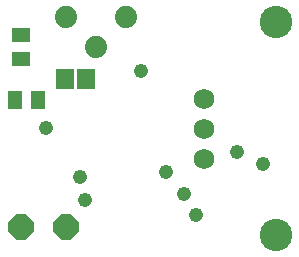
<source format=gbs>
G75*
%MOIN*%
%OFA0B0*%
%FSLAX24Y24*%
%IPPOS*%
%LPD*%
%AMOC8*
5,1,8,0,0,1.08239X$1,22.5*
%
%ADD10C,0.1080*%
%ADD11R,0.0592X0.0671*%
%ADD12C,0.0680*%
%ADD13OC8,0.0840*%
%ADD14R,0.0513X0.0631*%
%ADD15R,0.0631X0.0513*%
%ADD16C,0.0740*%
%ADD17C,0.0476*%
D10*
X009930Y001680D03*
X009930Y008767D03*
D11*
X003585Y006880D03*
X002915Y006880D03*
D12*
X007545Y006210D03*
X007545Y005210D03*
X007545Y004210D03*
D13*
X001430Y001930D03*
X002930Y001930D03*
D14*
X002014Y006165D03*
X001226Y006165D03*
D15*
X001430Y007536D03*
X001430Y008324D03*
D16*
X002930Y008930D03*
X003930Y007930D03*
X004930Y008930D03*
D17*
X005420Y007130D03*
X002280Y005220D03*
X003410Y003600D03*
X003560Y002850D03*
X006260Y003780D03*
X006870Y003030D03*
X007270Y002350D03*
X008620Y004420D03*
X009510Y004020D03*
M02*

</source>
